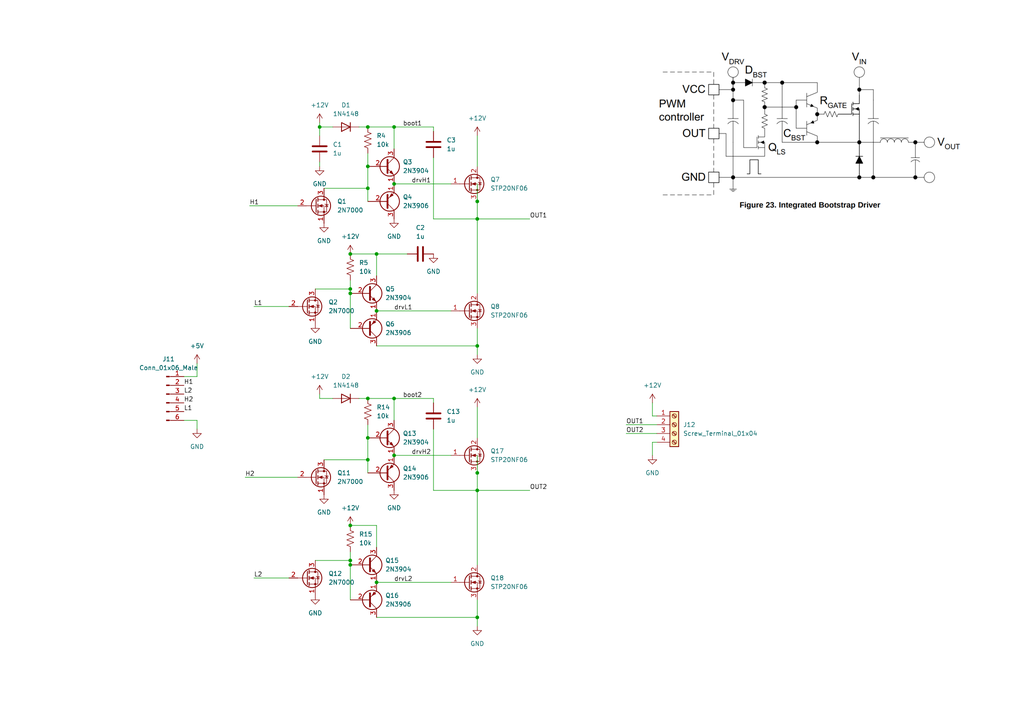
<source format=kicad_sch>
(kicad_sch (version 20211123) (generator eeschema)
  (paper "A4")
  (lib_symbols
    (symbol "Connector:Conn_01x06_Male" (pin_names (offset 1.016) hide)
      (property "Reference" "J" (at 0 7.62 0))
      (property "Value" "Conn_01x06_Male" (at 0 -10.16 0))
      (symbol "Conn_01x06_Male_1_1"
        (polyline (pts (xy 1.27 -7.62) (xy 0.8636 -7.62)) (stroke (width 0.1524)))
        (polyline (pts (xy 1.27 -5.08) (xy 0.8636 -5.08)) (stroke (width 0.1524)))
        (polyline (pts (xy 1.27 -2.54) (xy 0.8636 -2.54)) (stroke (width 0.1524)))
        (polyline (pts (xy 1.27 0) (xy 0.8636 0)) (stroke (width 0.1524)))
        (polyline (pts (xy 1.27 2.54) (xy 0.8636 2.54)) (stroke (width 0.1524)))
        (polyline (pts (xy 1.27 5.08) (xy 0.8636 5.08)) (stroke (width 0.1524)))
        (rectangle (start 0.8636 -7.493) (end 0 -7.747) (stroke (width 0.1524)) (fill (type outline)))
        (rectangle (start 0.8636 -4.953) (end 0 -5.207) (stroke (width 0.1524)) (fill (type outline)))
        (rectangle (start 0.8636 -2.413) (end 0 -2.667) (stroke (width 0.1524)) (fill (type outline)))
        (rectangle (start 0.8636 0.127) (end 0 -0.127) (stroke (width 0.1524)) (fill (type outline)))
        (rectangle (start 0.8636 2.667) (end 0 2.413) (stroke (width 0.1524)) (fill (type outline)))
        (rectangle (start 0.8636 5.207) (end 0 4.953) (stroke (width 0.1524)) (fill (type outline)))
        (pin passive line (at 5.08 5.08 180) (length 3.81) (name "Pin_1") (number "1"))
        (pin passive line (at 5.08 2.54 180) (length 3.81) (name "Pin_2") (number "2"))
        (pin passive line (at 5.08 0 180) (length 3.81) (name "Pin_3") (number "3"))
        (pin passive line (at 5.08 -2.54 180) (length 3.81) (name "Pin_4") (number "4"))
        (pin passive line (at 5.08 -5.08 180) (length 3.81) (name "Pin_5") (number "5"))
        (pin passive line (at 5.08 -7.62 180) (length 3.81) (name "Pin_6") (number "6"))
      )
    )
    (symbol "Connector:Screw_Terminal_01x04" (pin_names (offset 1.016) hide)
      (property "Reference" "J" (at 0 5.08 0))
      (property "Value" "Screw_Terminal_01x04" (at 0 -7.62 0))
      (symbol "Screw_Terminal_01x04_1_1"
        (rectangle (start -1.27 3.81) (end 1.27 -6.35) (stroke (width 0.254)) (fill (type background)))
        (circle (center 0 -5.08) (radius 0.635) (stroke (width 0.1524)))
        (circle (center 0 -2.54) (radius 0.635) (stroke (width 0.1524)))
        (polyline (pts (xy -0.5334 -4.7498) (xy 0.3302 -5.588)) (stroke (width 0.1524)))
        (polyline (pts (xy -0.5334 -2.2098) (xy 0.3302 -3.048)) (stroke (width 0.1524)))
        (polyline (pts (xy -0.5334 0.3302) (xy 0.3302 -0.508)) (stroke (width 0.1524)))
        (polyline (pts (xy -0.5334 2.8702) (xy 0.3302 2.032)) (stroke (width 0.1524)))
        (polyline (pts (xy -0.3556 -4.572) (xy 0.508 -5.4102)) (stroke (width 0.1524)))
        (polyline (pts (xy -0.3556 -2.032) (xy 0.508 -2.8702)) (stroke (width 0.1524)))
        (polyline (pts (xy -0.3556 0.508) (xy 0.508 -0.3302)) (stroke (width 0.1524)))
        (polyline (pts (xy -0.3556 3.048) (xy 0.508 2.2098)) (stroke (width 0.1524)))
        (circle (center 0 0) (radius 0.635) (stroke (width 0.1524)))
        (circle (center 0 2.54) (radius 0.635) (stroke (width 0.1524)))
        (pin passive line (at -5.08 2.54 0) (length 3.81) (name "Pin_1") (number "1"))
        (pin passive line (at -5.08 0 0) (length 3.81) (name "Pin_2") (number "2"))
        (pin passive line (at -5.08 -2.54 0) (length 3.81) (name "Pin_3") (number "3"))
        (pin passive line (at -5.08 -5.08 0) (length 3.81) (name "Pin_4") (number "4"))
      )
    )
    (symbol "Device:C" (pin_numbers hide) (pin_names (offset 0.254))
      (property "Reference" "C" (at 0.635 2.54 0))
      (property "Value" "C" (at 0.635 -2.54 0))
      (symbol "C_0_1"
        (polyline (pts (xy -2.032 -0.762) (xy 2.032 -0.762)) (stroke (width 0.508)))
        (polyline (pts (xy -2.032 0.762) (xy 2.032 0.762)) (stroke (width 0.508)))
      )
      (symbol "C_1_1"
        (pin passive line (at 0 3.81 270) (length 2.794) (name "~") (number "1"))
        (pin passive line (at 0 -3.81 90) (length 2.794) (name "~") (number "2"))
      )
    )
    (symbol "Device:Q_NMOS_GDS" (pin_names (offset 0) hide)
      (property "Reference" "Q" (at 5.08 1.27 0))
      (property "Value" "Q_NMOS_GDS" (at 5.08 -1.27 0))
      (symbol "Q_NMOS_GDS_0_1"
        (polyline (pts (xy 0.254 0) (xy -2.54 0)))
        (polyline (pts (xy 0.254 1.905) (xy 0.254 -1.905)) (stroke (width 0.254)))
        (polyline (pts (xy 0.762 -1.27) (xy 0.762 -2.286)) (stroke (width 0.254)))
        (polyline (pts (xy 0.762 0.508) (xy 0.762 -0.508)) (stroke (width 0.254)))
        (polyline (pts (xy 0.762 2.286) (xy 0.762 1.27)) (stroke (width 0.254)))
        (polyline (pts (xy 2.54 2.54) (xy 2.54 1.778)))
        (polyline (pts (xy 2.54 -2.54) (xy 2.54 0) (xy 0.762 0)))
        (polyline (pts (xy 0.762 -1.778) (xy 3.302 -1.778) (xy 3.302 1.778) (xy 0.762 1.778)))
        (polyline (pts (xy 1.016 0) (xy 2.032 0.381) (xy 2.032 -0.381) (xy 1.016 0)) (fill (type outline)))
        (polyline (pts (xy 2.794 0.508) (xy 2.921 0.381) (xy 3.683 0.381) (xy 3.81 0.254)))
        (polyline (pts (xy 3.302 0.381) (xy 2.921 -0.254) (xy 3.683 -0.254) (xy 3.302 0.381)))
        (circle (center 1.651 0) (radius 2.794) (stroke (width 0.254)))
        (circle (center 2.54 -1.778) (radius 0.254) (fill (type outline)))
        (circle (center 2.54 1.778) (radius 0.254) (fill (type outline)))
      )
      (symbol "Q_NMOS_GDS_1_1"
        (pin input line (at -5.08 0 0) (length 2.54) (name "G") (number "1"))
        (pin passive line (at 2.54 5.08 270) (length 2.54) (name "D") (number "2"))
        (pin passive line (at 2.54 -5.08 90) (length 2.54) (name "S") (number "3"))
      )
    )
    (symbol "Device:R_US" (pin_numbers hide) (pin_names (offset 0))
      (property "Reference" "R" (at 2.54 0 90))
      (property "Value" "R_US" (at -2.54 0 90))
      (symbol "R_US_0_1"
        (polyline (pts (xy 0 -2.286) (xy 0 -2.54)))
        (polyline (pts (xy 0 2.286) (xy 0 2.54)))
        (polyline (pts (xy 0 -0.762) (xy 1.016 -1.143) (xy 0 -1.524) (xy -1.016 -1.905) (xy 0 -2.286)))
        (polyline (pts (xy 0 0.762) (xy 1.016 0.381) (xy 0 0) (xy -1.016 -0.381) (xy 0 -0.762)))
        (polyline (pts (xy 0 2.286) (xy 1.016 1.905) (xy 0 1.524) (xy -1.016 1.143) (xy 0 0.762)))
      )
      (symbol "R_US_1_1"
        (pin passive line (at 0 3.81 270) (length 1.27) (name "~") (number "1"))
        (pin passive line (at 0 -3.81 90) (length 1.27) (name "~") (number "2"))
      )
    )
    (symbol "Diode:1N4148" (pin_numbers hide) (pin_names (offset 1.016) hide)
      (property "Reference" "D" (at 0 2.54 0))
      (property "Value" "1N4148" (at 0 -2.54 0))
      (symbol "1N4148_0_1"
        (polyline (pts (xy -1.27 1.27) (xy -1.27 -1.27)) (stroke (width 0.254)))
        (polyline (pts (xy 1.27 0) (xy -1.27 0)))
        (polyline (pts (xy 1.27 1.27) (xy 1.27 -1.27) (xy -1.27 0) (xy 1.27 1.27)) (stroke (width 0.254)))
      )
      (symbol "1N4148_1_1"
        (pin passive line (at -3.81 0 0) (length 2.54) (name "K") (number "1"))
        (pin passive line (at 3.81 0 180) (length 2.54) (name "A") (number "2"))
      )
    )
    (symbol "Transistor_BJT:2N3904" (pin_names (offset 0) hide)
      (property "Reference" "Q" (at 5.08 1.905 0))
      (property "Value" "2N3904" (at 5.08 0 0))
      (symbol "2N3904_0_1"
        (polyline (pts (xy 0.635 0.635) (xy 2.54 2.54)))
        (polyline (pts (xy 0.635 -0.635) (xy 2.54 -2.54) (xy 2.54 -2.54)))
        (polyline (pts (xy 0.635 1.905) (xy 0.635 -1.905) (xy 0.635 -1.905)) (stroke (width 0.508)))
        (polyline (pts (xy 1.27 -1.778) (xy 1.778 -1.27) (xy 2.286 -2.286) (xy 1.27 -1.778) (xy 1.27 -1.778)) (fill (type outline)))
        (circle (center 1.27 0) (radius 2.8194) (stroke (width 0.254)))
      )
      (symbol "2N3904_1_1"
        (pin passive line (at 2.54 -5.08 90) (length 2.54) (name "E") (number "1"))
        (pin passive line (at -5.08 0 0) (length 5.715) (name "B") (number "2"))
        (pin passive line (at 2.54 5.08 270) (length 2.54) (name "C") (number "3"))
      )
    )
    (symbol "Transistor_BJT:2N3906" (pin_names (offset 0) hide)
      (property "Reference" "Q" (at 5.08 1.905 0))
      (property "Value" "2N3906" (at 5.08 0 0))
      (symbol "2N3906_0_1"
        (polyline (pts (xy 0.635 0.635) (xy 2.54 2.54)))
        (polyline (pts (xy 0.635 -0.635) (xy 2.54 -2.54) (xy 2.54 -2.54)))
        (polyline (pts (xy 0.635 1.905) (xy 0.635 -1.905) (xy 0.635 -1.905)) (stroke (width 0.508)))
        (polyline (pts (xy 2.286 -1.778) (xy 1.778 -2.286) (xy 1.27 -1.27) (xy 2.286 -1.778) (xy 2.286 -1.778)) (fill (type outline)))
        (circle (center 1.27 0) (radius 2.8194) (stroke (width 0.254)))
      )
      (symbol "2N3906_1_1"
        (pin passive line (at 2.54 -5.08 90) (length 2.54) (name "E") (number "1"))
        (pin input line (at -5.08 0 0) (length 5.715) (name "B") (number "2"))
        (pin passive line (at 2.54 5.08 270) (length 2.54) (name "C") (number "3"))
      )
    )
    (symbol "Transistor_FET:2N7000" (pin_names hide)
      (property "Reference" "Q" (at 5.08 1.905 0))
      (property "Value" "2N7000" (at 5.08 0 0))
      (symbol "2N7000_0_1"
        (polyline (pts (xy 0.254 0) (xy -2.54 0)))
        (polyline (pts (xy 0.254 1.905) (xy 0.254 -1.905)) (stroke (width 0.254)))
        (polyline (pts (xy 0.762 -1.27) (xy 0.762 -2.286)) (stroke (width 0.254)))
        (polyline (pts (xy 0.762 0.508) (xy 0.762 -0.508)) (stroke (width 0.254)))
        (polyline (pts (xy 0.762 2.286) (xy 0.762 1.27)) (stroke (width 0.254)))
        (polyline (pts (xy 2.54 2.54) (xy 2.54 1.778)))
        (polyline (pts (xy 2.54 -2.54) (xy 2.54 0) (xy 0.762 0)))
        (polyline (pts (xy 0.762 -1.778) (xy 3.302 -1.778) (xy 3.302 1.778) (xy 0.762 1.778)))
        (polyline (pts (xy 1.016 0) (xy 2.032 0.381) (xy 2.032 -0.381) (xy 1.016 0)) (fill (type outline)))
        (polyline (pts (xy 2.794 0.508) (xy 2.921 0.381) (xy 3.683 0.381) (xy 3.81 0.254)))
        (polyline (pts (xy 3.302 0.381) (xy 2.921 -0.254) (xy 3.683 -0.254) (xy 3.302 0.381)))
        (circle (center 1.651 0) (radius 2.794) (stroke (width 0.254)))
        (circle (center 2.54 -1.778) (radius 0.254) (fill (type outline)))
        (circle (center 2.54 1.778) (radius 0.254) (fill (type outline)))
      )
      (symbol "2N7000_1_1"
        (pin passive line (at 2.54 -5.08 90) (length 2.54) (name "S") (number "1"))
        (pin input line (at -5.08 0 0) (length 2.54) (name "G") (number "2"))
        (pin passive line (at 2.54 5.08 270) (length 2.54) (name "D") (number "3"))
      )
    )
    (symbol "power:+12V" (power) (pin_names (offset 0))
      (property "Value" "+12V" (at 0 3.556 0))
      (symbol "+12V_0_1"
        (polyline (pts (xy -0.762 1.27) (xy 0 2.54)))
        (polyline (pts (xy 0 0) (xy 0 2.54)))
        (polyline (pts (xy 0 2.54) (xy 0.762 1.27)))
      )
      (symbol "+12V_1_1"
        (pin power_in line (at 0 0 90) (length 0) hide (name "+12V") (number "1"))
      )
    )
    (symbol "power:+5V" (power) (pin_names (offset 0))
      (property "Value" "+5V" (at 0 3.556 0))
      (symbol "+5V_0_1"
        (polyline (pts (xy -0.762 1.27) (xy 0 2.54)))
        (polyline (pts (xy 0 0) (xy 0 2.54)))
        (polyline (pts (xy 0 2.54) (xy 0.762 1.27)))
      )
      (symbol "+5V_1_1"
        (pin power_in line (at 0 0 90) (length 0) hide (name "+5V") (number "1"))
      )
    )
    (symbol "power:GND" (power) (pin_names (offset 0))
      (property "Value" "GND" (at 0 -3.81 0))
      (symbol "GND_0_1"
        (polyline (pts (xy 0 0) (xy 0 -1.27) (xy 1.27 -1.27) (xy 0 -2.54) (xy -1.27 -1.27) (xy 0 -1.27)))
      )
      (symbol "GND_1_1"
        (pin power_in line (at 0 0 270) (length 0) hide (name "GND") (number "1"))
      )
    )
  )
  (junction (at 138.43 58.42))
  (junction (at 138.43 179.07))
  (junction (at 109.22 73.66))
  (junction (at 106.68 133.35))
  (junction (at 114.3 53.34))
  (junction (at 106.68 127))
  (junction (at 138.43 63.5))
  (junction (at 106.68 54.61))
  (junction (at 101.6 73.66))
  (junction (at 101.6 163.83))
  (junction (at 109.22 168.91))
  (junction (at 138.43 142.24))
  (junction (at 114.3 115.57))
  (junction (at 114.3 132.08))
  (junction (at 101.6 162.56))
  (junction (at 101.6 85.09))
  (junction (at 138.43 100.33))
  (junction (at 138.43 137.16))
  (junction (at 106.68 36.83))
  (junction (at 106.68 48.26))
  (junction (at 109.22 90.17))
  (junction (at 114.3 36.83))
  (junction (at 106.68 115.57))
  (junction (at 101.6 83.82))
  (junction (at 92.71 36.83))
  (junction (at 101.6 152.4))
  (wire (pts (xy 138.43 63.5) (xy 153.67 63.5)))
  (wire (pts (xy 73.66 167.64) (xy 83.82 167.64)))
  (wire (pts (xy 57.15 124.46) (xy 57.15 121.92)))
  (wire (pts (xy 109.22 152.4) (xy 101.6 152.4)))
  (wire (pts (xy 189.23 132.08) (xy 189.23 128.27)))
  (wire (pts (xy 101.6 163.83) (xy 101.6 173.99)))
  (wire (pts (xy 138.43 63.5) (xy 138.43 85.09)))
  (wire (pts (xy 181.61 123.19) (xy 190.5 123.19)))
  (wire (pts (xy 57.15 121.92) (xy 53.34 121.92)))
  (wire (pts (xy 96.52 115.57) (xy 92.71 115.57)))
  (wire (pts (xy 106.68 123.19) (xy 106.68 127)))
  (wire (pts (xy 106.68 44.45) (xy 106.68 48.26)))
  (wire (pts (xy 138.43 100.33) (xy 138.43 102.87)))
  (wire (pts (xy 72.39 59.69) (xy 86.36 59.69)))
  (wire (pts (xy 109.22 73.66) (xy 118.11 73.66)))
  (wire (pts (xy 101.6 162.56) (xy 101.6 163.83)))
  (wire (pts (xy 93.98 54.61) (xy 106.68 54.61)))
  (wire (pts (xy 138.43 118.11) (xy 138.43 127)))
  (wire (pts (xy 189.23 116.84) (xy 189.23 120.65)))
  (wire (pts (xy 109.22 158.75) (xy 109.22 152.4)))
  (wire (pts (xy 106.68 54.61) (xy 106.68 58.42)))
  (wire (pts (xy 104.14 115.57) (xy 106.68 115.57)))
  (wire (pts (xy 93.98 133.35) (xy 106.68 133.35)))
  (wire (pts (xy 71.12 138.43) (xy 86.36 138.43)))
  (wire (pts (xy 125.73 38.1) (xy 125.73 36.83)))
  (wire (pts (xy 125.73 116.84) (xy 125.73 115.57)))
  (wire (pts (xy 138.43 39.37) (xy 138.43 48.26)))
  (wire (pts (xy 92.71 115.57) (xy 92.71 114.3)))
  (wire (pts (xy 101.6 83.82) (xy 101.6 85.09)))
  (wire (pts (xy 109.22 168.91) (xy 130.81 168.91)))
  (wire (pts (xy 106.68 133.35) (xy 106.68 137.16)))
  (wire (pts (xy 138.43 58.42) (xy 138.43 63.5)))
  (wire (pts (xy 106.68 115.57) (xy 114.3 115.57)))
  (wire (pts (xy 138.43 179.07) (xy 138.43 181.61)))
  (wire (pts (xy 138.43 142.24) (xy 138.43 163.83)))
  (wire (pts (xy 104.14 36.83) (xy 106.68 36.83)))
  (wire (pts (xy 114.3 132.08) (xy 130.81 132.08)))
  (wire (pts (xy 109.22 73.66) (xy 101.6 73.66)))
  (wire (pts (xy 114.3 36.83) (xy 125.73 36.83)))
  (wire (pts (xy 125.73 124.46) (xy 125.73 142.24)))
  (wire (pts (xy 114.3 115.57) (xy 114.3 121.92)))
  (wire (pts (xy 91.44 162.56) (xy 101.6 162.56)))
  (wire (pts (xy 101.6 160.02) (xy 101.6 162.56)))
  (wire (pts (xy 92.71 46.99) (xy 92.71 48.26)))
  (wire (pts (xy 138.43 173.99) (xy 138.43 179.07)))
  (wire (pts (xy 181.61 125.73) (xy 190.5 125.73)))
  (wire (pts (xy 92.71 36.83) (xy 92.71 39.37)))
  (wire (pts (xy 101.6 85.09) (xy 101.6 95.25)))
  (wire (pts (xy 73.66 88.9) (xy 83.82 88.9)))
  (wire (pts (xy 109.22 100.33) (xy 138.43 100.33)))
  (wire (pts (xy 138.43 132.08) (xy 138.43 137.16)))
  (wire (pts (xy 138.43 142.24) (xy 153.67 142.24)))
  (wire (pts (xy 114.3 115.57) (xy 125.73 115.57)))
  (wire (pts (xy 57.15 105.41) (xy 57.15 109.22)))
  (wire (pts (xy 96.52 36.83) (xy 92.71 36.83)))
  (wire (pts (xy 109.22 80.01) (xy 109.22 73.66)))
  (wire (pts (xy 106.68 127) (xy 106.68 133.35)))
  (wire (pts (xy 138.43 137.16) (xy 138.43 142.24)))
  (wire (pts (xy 91.44 83.82) (xy 101.6 83.82)))
  (wire (pts (xy 109.22 90.17) (xy 130.81 90.17)))
  (wire (pts (xy 106.68 48.26) (xy 106.68 54.61)))
  (wire (pts (xy 106.68 36.83) (xy 114.3 36.83)))
  (wire (pts (xy 57.15 109.22) (xy 53.34 109.22)))
  (wire (pts (xy 189.23 128.27) (xy 190.5 128.27)))
  (wire (pts (xy 138.43 53.34) (xy 138.43 58.42)))
  (wire (pts (xy 114.3 53.34) (xy 130.81 53.34)))
  (wire (pts (xy 125.73 45.72) (xy 125.73 63.5)))
  (wire (pts (xy 92.71 36.83) (xy 92.71 35.56)))
  (wire (pts (xy 125.73 142.24) (xy 138.43 142.24)))
  (wire (pts (xy 109.22 179.07) (xy 138.43 179.07)))
  (wire (pts (xy 125.73 63.5) (xy 138.43 63.5)))
  (wire (pts (xy 189.23 120.65) (xy 190.5 120.65)))
  (wire (pts (xy 138.43 95.25) (xy 138.43 100.33)))
  (wire (pts (xy 114.3 36.83) (xy 114.3 43.18)))
  (wire (pts (xy 101.6 81.28) (xy 101.6 83.82)))
  (image (at 236.22 38.1))
  (label "L1" (at 53.34 119.38 0))
  (label "drvH2" (at 119.38 132.08 0))
  (label "L1" (at 73.66 88.9 0))
  (label "OUT1" (at 153.67 63.5 0))
  (label "boot1" (at 116.84 36.83 0))
  (label "drvH1" (at 119.38 53.34 0))
  (label "L2" (at 53.34 114.3 0))
  (label "H1" (at 72.39 59.69 0))
  (label "boot2" (at 116.84 115.57 0))
  (label "H1" (at 53.34 111.76 0))
  (label "OUT2" (at 153.67 142.24 0))
  (label "L2" (at 73.66 167.64 0))
  (label "drvL1" (at 114.3 90.17 0))
  (label "OUT2" (at 181.61 125.73 0))
  (label "drvL2" (at 114.3 168.91 0))
  (label "H2" (at 71.12 138.43 0))
  (label "H2" (at 53.34 116.84 0))
  (label "OUT1" (at 181.61 123.19 0))
  (symbol (lib_id "power:+12V") (at 92.71 114.3 0) (unit 1)
    (property "Reference" "#PWR020" (effects hide))
    (property "Value" "+12V" (at 92.71 109.22 0))
  )
  (symbol (lib_id "Transistor_BJT:2N3906") (at 106.68 95.25 0) (mirror x) (unit 1)
    (property "Reference" "Q6" (at 111.76 93.9799 0) (effects (justify left)))
    (property "Value" "2N3906" (at 111.76 96.5199 0) (effects (justify left)))
    (property "Footprint" "Package_TO_SOT_THT:TO-92_Inline" (effects hide))
    (property "Datasheet" "https://www.onsemi.com/pub/Collateral/2N3906-D.PDF" (effects hide))
    (property "Spice_Primitive" "Q" (effects hide))
    (property "Spice_Model" "2N3906" (effects hide))
    (property "Spice_Netlist_Enabled" "Y" (effects hide))
    (property "Spice_Lib_File" "spice.lib" (effects hide))
  )
  (symbol (lib_id "power:GND") (at 189.23 132.08 0) (unit 1)
    (property "Reference" "#PWR014" (effects hide))
    (property "Value" "GND" (at 189.23 137.16 0))
  )
  (symbol (lib_id "Device:Q_NMOS_GDS") (at 135.89 53.34 0) (unit 1)
    (property "Reference" "Q7" (at 142.24 52.0699 0) (effects (justify left)))
    (property "Value" "STP20NF06" (at 142.24 54.6099 0) (effects (justify left)))
    (property "Footprint" "Package_TO_SOT_THT:TO-220-3_Vertical" (effects hide))
    (property "Datasheet" "https://alltransistors.com/mosfet/transistor.php?transistor=10988" (effects hide))
  )
  (symbol (lib_id "power:GND") (at 92.71 48.26 0) (unit 1)
    (property "Reference" "#PWR05" (effects hide))
    (property "Value" "GND" (at 92.71 53.34 0))
  )
  (symbol (lib_id "power:GND") (at 91.44 172.72 0) (unit 1)
    (property "Reference" "#PWR019" (effects hide))
    (property "Value" "GND" (at 91.44 177.8 0))
  )
  (symbol (lib_id "Device:R_US") (at 106.68 119.38 0) (unit 1)
    (property "Reference" "R14" (at 109.22 118.1099 0) (effects (justify left)))
    (property "Value" "10k" (at 109.22 120.6499 0) (effects (justify left)))
    (property "Footprint" "Resistor_SMD:R_0603_1608Metric" (effects hide))
  )
  (symbol (lib_id "Device:Q_NMOS_GDS") (at 135.89 132.08 0) (unit 1)
    (property "Reference" "Q17" (at 142.24 130.8099 0) (effects (justify left)))
    (property "Value" "STP20NF06" (at 142.24 133.3499 0) (effects (justify left)))
    (property "Footprint" "Package_TO_SOT_THT:TO-220-3_Vertical" (effects hide))
    (property "Datasheet" "https://alltransistors.com/mosfet/transistor.php?transistor=10988" (effects hide))
  )
  (symbol (lib_id "Transistor_BJT:2N3906") (at 106.68 173.99 0) (mirror x) (unit 1)
    (property "Reference" "Q16" (at 111.76 172.7199 0) (effects (justify left)))
    (property "Value" "2N3906" (at 111.76 175.2599 0) (effects (justify left)))
    (property "Footprint" "Package_TO_SOT_THT:TO-92_Inline" (effects hide))
    (property "Datasheet" "https://www.onsemi.com/pub/Collateral/2N3906-D.PDF" (effects hide))
    (property "Spice_Primitive" "Q" (effects hide))
    (property "Spice_Model" "2N3906" (effects hide))
    (property "Spice_Netlist_Enabled" "Y" (effects hide))
    (property "Spice_Lib_File" "spice.lib" (effects hide))
  )
  (symbol (lib_id "power:+12V") (at 138.43 39.37 0) (unit 1)
    (property "Reference" "#PWR011" (effects hide))
    (property "Value" "+12V" (at 138.43 34.29 0))
  )
  (symbol (lib_id "Connector:Conn_01x06_Male") (at 48.26 114.3 0) (unit 1)
    (property "Reference" "J11" (at 48.895 104.14 0))
    (property "Value" "Conn_01x06_Male" (at 48.895 106.68 0))
    (property "Footprint" "Connector_PinHeader_2.54mm:PinHeader_1x06_P2.54mm_Vertical" (effects hide))
  )
  (symbol (lib_id "Device:C") (at 125.73 41.91 0) (unit 1)
    (property "Reference" "C3" (at 129.54 40.6399 0) (effects (justify left)))
    (property "Value" "1u" (at 129.54 43.1799 0) (effects (justify left)))
    (property "Footprint" "Capacitor_SMD:C_0603_1608Metric" (effects hide))
  )
  (symbol (lib_id "Transistor_BJT:2N3904") (at 106.68 85.09 0) (unit 1)
    (property "Reference" "Q5" (at 111.76 83.8199 0) (effects (justify left)))
    (property "Value" "2N3904" (at 111.76 86.3599 0) (effects (justify left)))
    (property "Footprint" "Package_TO_SOT_THT:TO-92_Inline" (effects hide))
    (property "Datasheet" "https://www.onsemi.com/pub/Collateral/2N3903-D.PDF" (effects hide))
    (property "Spice_Primitive" "Q" (effects hide))
    (property "Spice_Model" "2N3904" (effects hide))
    (property "Spice_Netlist_Enabled" "Y" (effects hide))
    (property "Spice_Lib_File" "spice.lib" (effects hide))
  )
  (symbol (lib_id "Transistor_BJT:2N3904") (at 111.76 127 0) (unit 1)
    (property "Reference" "Q13" (at 116.84 125.7299 0) (effects (justify left)))
    (property "Value" "2N3904" (at 116.84 128.2699 0) (effects (justify left)))
    (property "Footprint" "Package_TO_SOT_THT:TO-92_Inline" (effects hide))
    (property "Datasheet" "https://www.onsemi.com/pub/Collateral/2N3903-D.PDF" (effects hide))
  )
  (symbol (lib_id "power:GND") (at 125.73 73.66 0) (unit 1)
    (property "Reference" "#PWR010" (effects hide))
    (property "Value" "GND" (at 125.73 78.74 0))
  )
  (symbol (lib_id "power:GND") (at 93.98 64.77 0) (unit 1)
    (property "Reference" "#PWR07" (effects hide))
    (property "Value" "GND" (at 93.98 69.85 0))
  )
  (symbol (lib_id "power:GND") (at 114.3 63.5 0) (unit 1)
    (property "Reference" "#PWR0101" (effects hide))
    (property "Value" "GND" (at 114.3 68.58 0))
  )
  (symbol (lib_id "Device:C") (at 92.71 43.18 0) (unit 1)
    (property "Reference" "C1" (at 96.52 41.9099 0) (effects (justify left)))
    (property "Value" "1u" (at 96.52 44.4499 0) (effects (justify left)))
    (property "Footprint" "Capacitor_SMD:C_0603_1608Metric" (effects hide))
  )
  (symbol (lib_id "Device:Q_NMOS_GDS") (at 135.89 168.91 0) (unit 1)
    (property "Reference" "Q18" (at 142.24 167.6399 0) (effects (justify left)))
    (property "Value" "STP20NF06" (at 142.24 170.1799 0) (effects (justify left)))
    (property "Footprint" "Package_TO_SOT_THT:TO-220-3_Vertical" (effects hide))
    (property "Datasheet" "https://alltransistors.com/mosfet/transistor.php?transistor=10988" (effects hide))
  )
  (symbol (lib_id "Transistor_FET:2N7000") (at 91.44 138.43 0) (unit 1)
    (property "Reference" "Q11" (at 97.79 137.1599 0) (effects (justify left)))
    (property "Value" "2N7000" (at 97.79 139.6999 0) (effects (justify left)))
    (property "Footprint" "Package_TO_SOT_THT:TO-92_Inline" (effects hide))
    (property "Datasheet" "https://www.onsemi.com/pub/Collateral/NDS7002A-D.PDF" (effects hide))
  )
  (symbol (lib_id "Device:R_US") (at 101.6 156.21 0) (unit 1)
    (property "Reference" "R15" (at 104.14 154.9399 0) (effects (justify left)))
    (property "Value" "10k" (at 104.14 157.4799 0) (effects (justify left)))
    (property "Footprint" "Resistor_SMD:R_0603_1608Metric" (effects hide))
  )
  (symbol (lib_id "Transistor_BJT:2N3906") (at 111.76 137.16 0) (mirror x) (unit 1)
    (property "Reference" "Q14" (at 116.84 135.8899 0) (effects (justify left)))
    (property "Value" "2N3906" (at 116.84 138.4299 0) (effects (justify left)))
    (property "Footprint" "Package_TO_SOT_THT:TO-92_Inline" (effects hide))
    (property "Datasheet" "https://www.onsemi.com/pub/Collateral/2N3906-D.PDF" (effects hide))
  )
  (symbol (lib_id "Device:R_US") (at 101.6 77.47 0) (unit 1)
    (property "Reference" "R5" (at 104.14 76.1999 0) (effects (justify left)))
    (property "Value" "10k" (at 104.14 78.7399 0) (effects (justify left)))
    (property "Footprint" "Resistor_SMD:R_0603_1608Metric" (effects hide))
  )
  (symbol (lib_id "Transistor_FET:2N7000") (at 91.44 59.69 0) (unit 1)
    (property "Reference" "Q1" (at 97.79 58.4199 0) (effects (justify left)))
    (property "Value" "2N7000" (at 97.79 60.9599 0) (effects (justify left)))
    (property "Footprint" "Package_TO_SOT_THT:TO-92_Inline" (effects hide))
    (property "Datasheet" "https://www.onsemi.com/pub/Collateral/NDS7002A-D.PDF" (effects hide))
  )
  (symbol (lib_id "power:GND") (at 114.3 142.24 0) (unit 1)
    (property "Reference" "#PWR024" (effects hide))
    (property "Value" "GND" (at 114.3 147.32 0))
  )
  (symbol (lib_id "Transistor_FET:2N7000") (at 88.9 88.9 0) (unit 1)
    (property "Reference" "Q2" (at 95.25 87.6299 0) (effects (justify left)))
    (property "Value" "2N7000" (at 95.25 90.1699 0) (effects (justify left)))
    (property "Footprint" "Package_TO_SOT_THT:TO-92_Inline" (effects hide))
    (property "Datasheet" "https://www.onsemi.com/pub/Collateral/NDS7002A-D.PDF" (effects hide))
    (property "Spice_Primitive" "M" (effects hide))
    (property "Spice_Model" "2N7000" (effects hide))
    (property "Spice_Netlist_Enabled" "Y" (effects hide))
    (property "Spice_Lib_File" "spice.lib" (effects hide))
  )
  (symbol (lib_id "power:GND") (at 93.98 143.51 0) (unit 1)
    (property "Reference" "#PWR022" (effects hide))
    (property "Value" "GND" (at 93.98 148.59 0))
  )
  (symbol (lib_id "Transistor_BJT:2N3906") (at 111.76 58.42 0) (mirror x) (unit 1)
    (property "Reference" "Q4" (at 116.84 57.1499 0) (effects (justify left)))
    (property "Value" "2N3906" (at 116.84 59.6899 0) (effects (justify left)))
    (property "Footprint" "Package_TO_SOT_THT:TO-92_Inline" (effects hide))
    (property "Datasheet" "https://www.onsemi.com/pub/Collateral/2N3906-D.PDF" (effects hide))
  )
  (symbol (lib_id "Diode:1N4148") (at 100.33 36.83 180) (unit 1)
    (property "Reference" "D1" (at 100.33 30.48 0))
    (property "Value" "1N4148" (at 100.33 33.02 0))
    (property "Footprint" "Diode_THT:D_DO-35_SOD27_P7.62mm_Horizontal" (effects hide))
    (property "Datasheet" "https://assets.nexperia.com/documents/data-sheet/1N4148_1N4448.pdf" (effects hide))
  )
  (symbol (lib_id "Transistor_FET:2N7000") (at 88.9 167.64 0) (unit 1)
    (property "Reference" "Q12" (at 95.25 166.3699 0) (effects (justify left)))
    (property "Value" "2N7000" (at 95.25 168.9099 0) (effects (justify left)))
    (property "Footprint" "Package_TO_SOT_THT:TO-92_Inline" (effects hide))
    (property "Datasheet" "https://www.onsemi.com/pub/Collateral/NDS7002A-D.PDF" (effects hide))
    (property "Spice_Primitive" "M" (effects hide))
    (property "Spice_Model" "2N7000" (effects hide))
    (property "Spice_Netlist_Enabled" "Y" (effects hide))
    (property "Spice_Lib_File" "spice.lib" (effects hide))
  )
  (symbol (lib_id "power:+12V") (at 101.6 152.4 0) (unit 1)
    (property "Reference" "#PWR023" (effects hide))
    (property "Value" "+12V" (at 101.6 147.32 0))
  )
  (symbol (lib_id "Device:Q_NMOS_GDS") (at 135.89 90.17 0) (unit 1)
    (property "Reference" "Q8" (at 142.24 88.8999 0) (effects (justify left)))
    (property "Value" "STP20NF06" (at 142.24 91.4399 0) (effects (justify left)))
    (property "Footprint" "Package_TO_SOT_THT:TO-220-3_Vertical" (effects hide))
    (property "Datasheet" "https://alltransistors.com/mosfet/transistor.php?transistor=10988" (effects hide))
  )
  (symbol (lib_id "power:+12V") (at 101.6 73.66 0) (unit 1)
    (property "Reference" "#PWR09" (effects hide))
    (property "Value" "+12V" (at 101.6 68.58 0))
  )
  (symbol (lib_id "Transistor_BJT:2N3904") (at 106.68 163.83 0) (unit 1)
    (property "Reference" "Q15" (at 111.76 162.5599 0) (effects (justify left)))
    (property "Value" "2N3904" (at 111.76 165.0999 0) (effects (justify left)))
    (property "Footprint" "Package_TO_SOT_THT:TO-92_Inline" (effects hide))
    (property "Datasheet" "https://www.onsemi.com/pub/Collateral/2N3903-D.PDF" (effects hide))
    (property "Spice_Primitive" "Q" (effects hide))
    (property "Spice_Model" "2N3904" (effects hide))
    (property "Spice_Netlist_Enabled" "Y" (effects hide))
    (property "Spice_Lib_File" "spice.lib" (effects hide))
  )
  (symbol (lib_id "power:GND") (at 138.43 181.61 0) (unit 1)
    (property "Reference" "#PWR027" (effects hide))
    (property "Value" "GND" (at 138.43 186.69 0))
  )
  (symbol (lib_id "Device:C") (at 121.92 73.66 90) (unit 1)
    (property "Reference" "C2" (at 121.92 66.04 90))
    (property "Value" "1u" (at 121.92 68.58 90))
    (property "Footprint" "Capacitor_SMD:C_0603_1608Metric" (effects hide))
  )
  (symbol (lib_id "power:GND") (at 57.15 124.46 0) (unit 1)
    (property "Reference" "#PWR016" (effects hide))
    (property "Value" "GND" (at 57.15 129.54 0))
  )
  (symbol (lib_id "Transistor_BJT:2N3904") (at 111.76 48.26 0) (unit 1)
    (property "Reference" "Q3" (at 116.84 46.9899 0) (effects (justify left)))
    (property "Value" "2N3904" (at 116.84 49.5299 0) (effects (justify left)))
    (property "Footprint" "Package_TO_SOT_THT:TO-92_Inline" (effects hide))
    (property "Datasheet" "https://www.onsemi.com/pub/Collateral/2N3903-D.PDF" (effects hide))
  )
  (symbol (lib_id "Device:C") (at 125.73 120.65 0) (unit 1)
    (property "Reference" "C13" (at 129.54 119.3799 0) (effects (justify left)))
    (property "Value" "1u" (at 129.54 121.9199 0) (effects (justify left)))
    (property "Footprint" "Capacitor_SMD:C_0603_1608Metric" (effects hide))
  )
  (symbol (lib_id "power:GND") (at 91.44 93.98 0) (unit 1)
    (property "Reference" "#PWR08" (effects hide))
    (property "Value" "GND" (at 91.44 99.06 0))
  )
  (symbol (lib_id "power:+12V") (at 92.71 35.56 0) (unit 1)
    (property "Reference" "#PWR04" (effects hide))
    (property "Value" "+12V" (at 92.71 30.48 0))
  )
  (symbol (lib_id "power:GND") (at 138.43 102.87 0) (unit 1)
    (property "Reference" "#PWR012" (effects hide))
    (property "Value" "GND" (at 138.43 107.95 0))
  )
  (symbol (lib_id "Diode:1N4148") (at 100.33 115.57 180) (unit 1)
    (property "Reference" "D2" (at 100.33 109.22 0))
    (property "Value" "1N4148" (at 100.33 111.76 0))
    (property "Footprint" "Diode_THT:D_DO-35_SOD27_P7.62mm_Horizontal" (effects hide))
    (property "Datasheet" "https://assets.nexperia.com/documents/data-sheet/1N4148_1N4448.pdf" (effects hide))
  )
  (symbol (lib_id "power:+12V") (at 138.43 118.11 0) (unit 1)
    (property "Reference" "#PWR026" (effects hide))
    (property "Value" "+12V" (at 138.43 113.03 0))
  )
  (symbol (lib_id "Device:R_US") (at 106.68 40.64 0) (unit 1)
    (property "Reference" "R4" (at 109.22 39.3699 0) (effects (justify left)))
    (property "Value" "10k" (at 109.22 41.9099 0) (effects (justify left)))
    (property "Footprint" "Resistor_SMD:R_0603_1608Metric" (effects hide))
  )
  (symbol (lib_id "power:+5V") (at 57.15 105.41 0) (unit 1)
    (property "Reference" "#PWR015" (effects hide))
    (property "Value" "+5V" (at 57.15 100.33 0))
  )
  (symbol (lib_id "power:+12V") (at 189.23 116.84 0) (unit 1)
    (property "Reference" "#PWR013" (effects hide))
    (property "Value" "+12V" (at 189.23 111.76 0))
  )
  (symbol (lib_id "Connector:Screw_Terminal_01x04") (at 195.58 123.19 0) (unit 1)
    (property "Reference" "J12" (at 198.12 123.1899 0) (effects (justify left)))
    (property "Value" "Screw_Terminal_01x04" (at 198.12 125.7299 0) (effects (justify left)))
    (property "Footprint" "Connector_Phoenix_MSTB:PhoenixContact_MSTBVA_2,5_4-G_1x04_P5.00mm_Vertical" (effects hide))
  )
)
</source>
